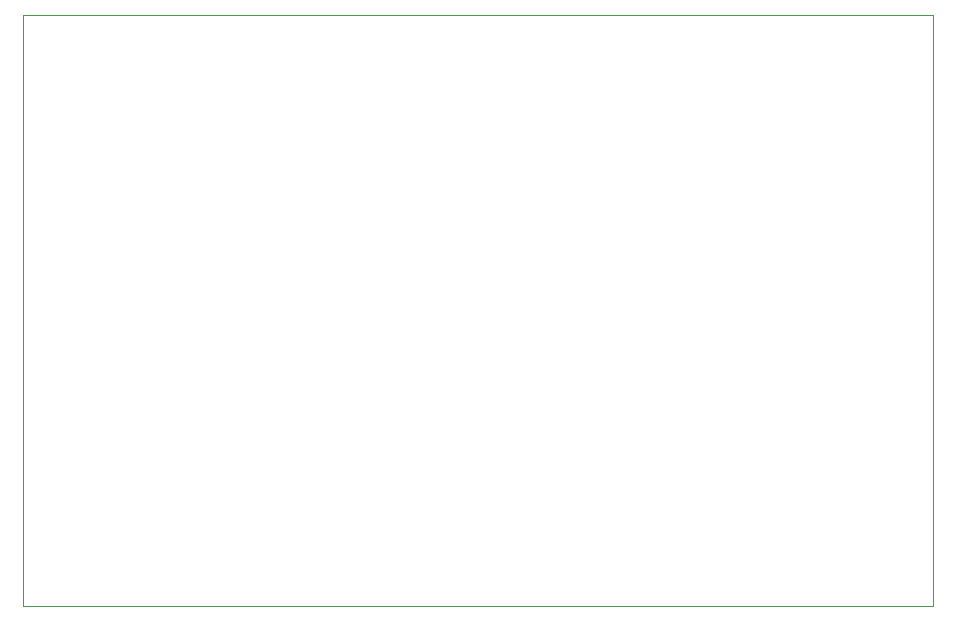
<source format=gbr>
%TF.GenerationSoftware,KiCad,Pcbnew,(5.1.9)-1*%
%TF.CreationDate,2022-05-02T16:44:27-06:00*%
%TF.ProjectId,Resistor_Cali,52657369-7374-46f7-925f-43616c692e6b,rev?*%
%TF.SameCoordinates,Original*%
%TF.FileFunction,Profile,NP*%
%FSLAX46Y46*%
G04 Gerber Fmt 4.6, Leading zero omitted, Abs format (unit mm)*
G04 Created by KiCad (PCBNEW (5.1.9)-1) date 2022-05-02 16:44:27*
%MOMM*%
%LPD*%
G01*
G04 APERTURE LIST*
%TA.AperFunction,Profile*%
%ADD10C,0.050000*%
%TD*%
G04 APERTURE END LIST*
D10*
X-75000000Y-34875000D02*
X-75000000Y15125000D01*
X2000000Y-34875000D02*
X-75000000Y-34875000D01*
X2000000Y15125000D02*
X2000000Y-34875000D01*
X-75000000Y15125000D02*
X2000000Y15125000D01*
M02*

</source>
